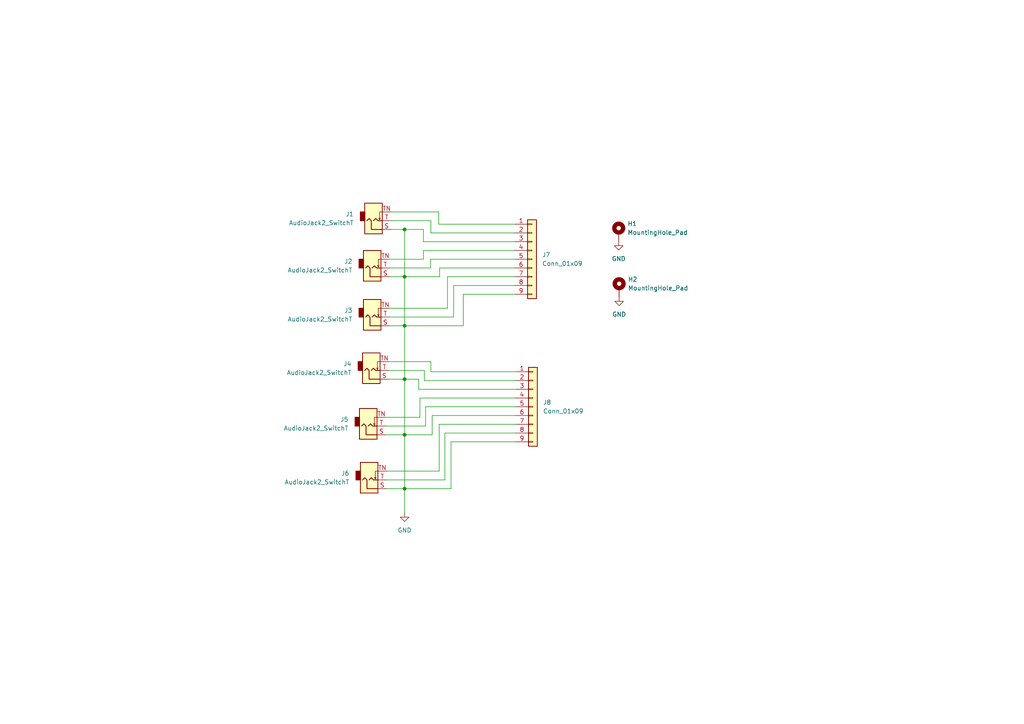
<source format=kicad_sch>
(kicad_sch (version 20230121) (generator eeschema)
  (paper "A4")
  (title_block (title "m0xpd PATCH Socket Board") (comment 1 "see: https://github.com/m0xpd/PATCH") (comment 2 "Published under CC BY-SA 4.0 License"))
  (lib_symbols
    (symbol "Connector_Audio:AudioJack2_SwitchT"
      (property "Reference" "J" (at 0 8.89 0))
      (property "Value" "AudioJack2_SwitchT" (at 0 6.35 0))
      (symbol "AudioJack2_SwitchT_0_1"
        (rectangle (start -2.54 0) (end -3.81 -2.54) (stroke (width 0.254)) (fill (type outline)))
        (polyline (pts (xy 1.778 -0.254) (xy 2.032 -0.762)))
        (polyline (pts (xy 0 0) (xy 0.635 -0.635) (xy 1.27 0) (xy 2.54 0)) (stroke (width 0.254)))
        (polyline (pts (xy 2.54 -2.54) (xy 1.778 -2.54) (xy 1.778 -0.254) (xy 1.524 -0.762)))
        (polyline (pts (xy 2.54 2.54) (xy -0.635 2.54) (xy -0.635 0) (xy -1.27 -0.635) (xy -1.905 0)) (stroke (width 0.254)))
        (rectangle (start 2.54 3.81) (end -2.54 -5.08) (stroke (width 0.254)) (fill (type background)))
      )
      (symbol "AudioJack2_SwitchT_1_1"
        (pin passive line (at 5.08 2.54 180) (length 2.54) (name "~") (number "S"))
        (pin passive line (at 5.08 0 180) (length 2.54) (name "~") (number "T"))
        (pin passive line (at 5.08 -2.54 180) (length 2.54) (name "~") (number "TN"))
      )
    )
    (symbol "Connector_Generic:Conn_01x09" (pin_names (offset 1.016) hide)
      (property "Reference" "J" (at 0 12.7 0))
      (property "Value" "Conn_01x09" (at 0 -12.7 0))
      (symbol "Conn_01x09_1_1"
        (rectangle (start -1.27 -10.033) (end 0 -10.287) (stroke (width 0.1524)))
        (rectangle (start -1.27 -7.493) (end 0 -7.747) (stroke (width 0.1524)))
        (rectangle (start -1.27 -4.953) (end 0 -5.207) (stroke (width 0.1524)))
        (rectangle (start -1.27 -2.413) (end 0 -2.667) (stroke (width 0.1524)))
        (rectangle (start -1.27 0.127) (end 0 -0.127) (stroke (width 0.1524)))
        (rectangle (start -1.27 2.667) (end 0 2.413) (stroke (width 0.1524)))
        (rectangle (start -1.27 5.207) (end 0 4.953) (stroke (width 0.1524)))
        (rectangle (start -1.27 7.747) (end 0 7.493) (stroke (width 0.1524)))
        (rectangle (start -1.27 10.287) (end 0 10.033) (stroke (width 0.1524)))
        (rectangle (start -1.27 11.43) (end 1.27 -11.43) (stroke (width 0.254)) (fill (type background)))
        (pin passive line (at -5.08 10.16 0) (length 3.81) (name "Pin_1") (number "1"))
        (pin passive line (at -5.08 7.62 0) (length 3.81) (name "Pin_2") (number "2"))
        (pin passive line (at -5.08 5.08 0) (length 3.81) (name "Pin_3") (number "3"))
        (pin passive line (at -5.08 2.54 0) (length 3.81) (name "Pin_4") (number "4"))
        (pin passive line (at -5.08 0 0) (length 3.81) (name "Pin_5") (number "5"))
        (pin passive line (at -5.08 -2.54 0) (length 3.81) (name "Pin_6") (number "6"))
        (pin passive line (at -5.08 -5.08 0) (length 3.81) (name "Pin_7") (number "7"))
        (pin passive line (at -5.08 -7.62 0) (length 3.81) (name "Pin_8") (number "8"))
        (pin passive line (at -5.08 -10.16 0) (length 3.81) (name "Pin_9") (number "9"))
      )
    )
    (symbol "Mechanical:MountingHole_Pad" (pin_numbers hide) (pin_names (offset 1.016) hide)
      (property "Reference" "H" (at 0 6.35 0))
      (property "Value" "MountingHole_Pad" (at 0 4.445 0))
      (symbol "MountingHole_Pad_0_1"
        (circle (center 0 1.27) (radius 1.27) (stroke (width 1.27)))
      )
      (symbol "MountingHole_Pad_1_1"
        (pin input line (at 0 -2.54 90) (length 2.54) (name "1") (number "1"))
      )
    )
    (symbol "power:GND" (power) (pin_names (offset 0))
      (property "Value" "GND" (at 0 -3.81 0))
      (symbol "GND_0_1"
        (polyline (pts (xy 0 0) (xy 0 -1.27) (xy 1.27 -1.27) (xy 0 -2.54) (xy -1.27 -1.27) (xy 0 -1.27)))
      )
      (symbol "GND_1_1"
        (pin power_in line (at 0 0 270) (length 0) hide (name "GND") (number "1"))
      )
    )
  )
  (junction (at 117.348 126.111))
  (junction (at 117.348 80.264))
  (junction (at 117.348 141.732))
  (junction (at 117.348 66.548))
  (junction (at 117.348 109.982))
  (junction (at 117.348 94.488))
  (wire (pts (xy 122.809 70.104) (xy 149.225 70.104)))
  (wire (pts (xy 113.411 64.008) (xy 124.968 64.008)))
  (wire (pts (xy 127.508 77.724) (xy 149.225 77.724)))
  (wire (pts (xy 123.444 123.571) (xy 123.444 117.983)))
  (wire (pts (xy 117.348 66.548) (xy 122.809 66.548)))
  (wire (pts (xy 111.887 121.031) (xy 121.793 121.031)))
  (wire (pts (xy 117.348 66.548) (xy 117.348 80.264)))
  (wire (pts (xy 129.794 80.264) (xy 149.225 80.264)))
  (wire (pts (xy 113.03 75.184) (xy 122.809 75.184)))
  (wire (pts (xy 112.141 136.652) (xy 127.381 136.652)))
  (wire (pts (xy 117.348 80.264) (xy 127.508 80.264)))
  (wire (pts (xy 130.81 128.143) (xy 149.479 128.143)))
  (wire (pts (xy 127.381 136.652) (xy 127.381 123.063)))
  (wire (pts (xy 113.03 94.488) (xy 117.348 94.488)))
  (wire (pts (xy 113.411 66.548) (xy 117.348 66.548)))
  (wire (pts (xy 117.348 80.264) (xy 117.348 94.488)))
  (wire (pts (xy 112.141 139.192) (xy 129.032 139.192)))
  (wire (pts (xy 130.81 141.732) (xy 130.81 128.143)))
  (wire (pts (xy 129.032 139.192) (xy 129.032 125.603)))
  (wire (pts (xy 122.809 75.184) (xy 122.809 72.644)))
  (wire (pts (xy 123.063 110.363) (xy 149.479 110.363)))
  (wire (pts (xy 123.063 107.442) (xy 123.063 110.363)))
  (wire (pts (xy 129.794 89.408) (xy 129.794 80.264)))
  (wire (pts (xy 117.348 126.111) (xy 125.349 126.111)))
  (wire (pts (xy 123.444 117.983) (xy 149.479 117.983)))
  (wire (pts (xy 127.254 65.024) (xy 149.225 65.024)))
  (wire (pts (xy 117.348 94.488) (xy 134.366 94.488)))
  (wire (pts (xy 121.412 109.982) (xy 121.412 112.903)))
  (wire (pts (xy 113.03 80.264) (xy 117.348 80.264)))
  (wire (pts (xy 131.572 91.948) (xy 131.572 82.804)))
  (wire (pts (xy 122.809 72.644) (xy 149.225 72.644)))
  (wire (pts (xy 111.887 126.111) (xy 117.348 126.111)))
  (wire (pts (xy 124.968 107.823) (xy 149.479 107.823)))
  (wire (pts (xy 121.412 112.903) (xy 149.479 112.903)))
  (wire (pts (xy 124.968 67.564) (xy 149.225 67.564)))
  (wire (pts (xy 127.254 61.468) (xy 127.254 65.024)))
  (wire (pts (xy 127.508 80.264) (xy 127.508 77.724)))
  (wire (pts (xy 117.348 109.982) (xy 117.348 126.111)))
  (wire (pts (xy 127.381 123.063) (xy 149.479 123.063)))
  (wire (pts (xy 117.348 141.732) (xy 130.81 141.732)))
  (wire (pts (xy 124.968 104.902) (xy 124.968 107.823)))
  (wire (pts (xy 121.793 121.031) (xy 121.793 115.443)))
  (wire (pts (xy 134.366 85.344) (xy 149.225 85.344)))
  (wire (pts (xy 113.03 89.408) (xy 129.794 89.408)))
  (wire (pts (xy 112.776 109.982) (xy 117.348 109.982)))
  (wire (pts (xy 111.887 123.571) (xy 123.444 123.571)))
  (wire (pts (xy 122.809 66.548) (xy 122.809 70.104)))
  (wire (pts (xy 117.348 141.732) (xy 117.348 148.717)))
  (wire (pts (xy 112.776 104.902) (xy 124.968 104.902)))
  (wire (pts (xy 134.366 94.488) (xy 134.366 85.344)))
  (wire (pts (xy 112.776 107.442) (xy 123.063 107.442)))
  (wire (pts (xy 117.348 109.982) (xy 121.412 109.982)))
  (wire (pts (xy 124.968 64.008) (xy 124.968 67.564)))
  (wire (pts (xy 131.572 82.804) (xy 149.225 82.804)))
  (wire (pts (xy 113.411 61.468) (xy 127.254 61.468)))
  (wire (pts (xy 117.348 94.488) (xy 117.348 109.982)))
  (wire (pts (xy 121.793 115.443) (xy 149.479 115.443)))
  (wire (pts (xy 124.841 75.184) (xy 149.225 75.184)))
  (wire (pts (xy 124.841 77.724) (xy 124.841 75.184)))
  (wire (pts (xy 113.03 91.948) (xy 131.572 91.948)))
  (wire (pts (xy 125.349 126.111) (xy 125.349 120.523)))
  (wire (pts (xy 117.348 126.111) (xy 117.348 141.732)))
  (wire (pts (xy 129.032 125.603) (xy 149.479 125.603)))
  (wire (pts (xy 125.349 120.523) (xy 149.479 120.523)))
  (wire (pts (xy 113.03 77.724) (xy 124.841 77.724)))
  (wire (pts (xy 112.141 141.732) (xy 117.348 141.732)))
  (symbol (lib_id "Mechanical:MountingHole_Pad") (at 179.451 67.437 0) (unit 1)
    (property "Reference" "H1" (at 181.991 64.897 0) (effects (justify left)))
    (property "Value" "MountingHole_Pad" (at 181.991 67.437 0) (effects (justify left)))
    (property "Footprint" "MountingHole:MountingHole_3.2mm_M3_DIN965_Pad_TopBottom" (effects hide))
  )
  (symbol (lib_id "power:GND") (at 117.348 148.717 0) (unit 1)
    (property "Reference" "#PWR01" (effects hide))
    (property "Value" "GND" (at 117.348 153.797 0))
  )
  (symbol (lib_id "Connector_Audio:AudioJack2_SwitchT") (at 108.331 64.008 0) (mirror x) (unit 1)
    (property "Reference" "J1" (at 102.616 62.103 0) (effects (justify right)))
    (property "Value" "AudioJack2_SwitchT" (at 102.616 64.643 0) (effects (justify right)))
    (property "Footprint" "Connector_Audio:Jack_3.5mm_QingPu_WQP-PJ398SM_Vertical_CircularHoles" (effects hide))
  )
  (symbol (lib_id "Connector_Audio:AudioJack2_SwitchT") (at 107.95 77.724 0) (mirror x) (unit 1)
    (property "Reference" "J2" (at 102.235 75.819 0) (effects (justify right)))
    (property "Value" "AudioJack2_SwitchT" (at 102.235 78.359 0) (effects (justify right)))
    (property "Footprint" "Connector_Audio:Jack_3.5mm_QingPu_WQP-PJ398SM_Vertical_CircularHoles" (effects hide))
  )
  (symbol (lib_id "Connector_Generic:Conn_01x09") (at 154.559 117.983 0) (unit 1)
    (property "Reference" "J8" (at 157.48 116.713 0) (effects (justify left)))
    (property "Value" "Conn_01x09" (at 157.48 119.253 0) (effects (justify left)))
    (property "Footprint" "Connector_PinHeader_2.54mm:PinHeader_1x09_P2.54mm_Vertical" (effects hide))
  )
  (symbol (lib_id "Connector_Audio:AudioJack2_SwitchT") (at 106.807 123.571 0) (mirror x) (unit 1)
    (property "Reference" "J5" (at 101.092 121.666 0) (effects (justify right)))
    (property "Value" "AudioJack2_SwitchT" (at 101.092 124.206 0) (effects (justify right)))
    (property "Footprint" "Connector_Audio:Jack_3.5mm_QingPu_WQP-PJ398SM_Vertical_CircularHoles" (effects hide))
  )
  (symbol (lib_id "Connector_Audio:AudioJack2_SwitchT") (at 107.061 139.192 0) (mirror x) (unit 1)
    (property "Reference" "J6" (at 101.346 137.287 0) (effects (justify right)))
    (property "Value" "AudioJack2_SwitchT" (at 101.346 139.827 0) (effects (justify right)))
    (property "Footprint" "Connector_Audio:Jack_3.5mm_QingPu_WQP-PJ398SM_Vertical_CircularHoles" (effects hide))
  )
  (symbol (lib_id "power:GND") (at 179.578 86.106 0) (unit 1)
    (property "Reference" "#PWR03" (effects hide))
    (property "Value" "GND" (at 179.578 91.186 0))
  )
  (symbol (lib_id "Mechanical:MountingHole_Pad") (at 179.578 83.566 0) (unit 1)
    (property "Reference" "H2" (at 182.118 81.026 0) (effects (justify left)))
    (property "Value" "MountingHole_Pad" (at 182.118 83.566 0) (effects (justify left)))
    (property "Footprint" "MountingHole:MountingHole_3.2mm_M3_DIN965_Pad_TopBottom" (effects hide))
  )
  (symbol (lib_id "power:GND") (at 179.451 69.977 0) (unit 1)
    (property "Reference" "#PWR02" (effects hide))
    (property "Value" "GND" (at 179.451 75.057 0))
  )
  (symbol (lib_id "Connector_Audio:AudioJack2_SwitchT") (at 107.95 91.948 0) (mirror x) (unit 1)
    (property "Reference" "J3" (at 102.235 90.043 0) (effects (justify right)))
    (property "Value" "AudioJack2_SwitchT" (at 102.235 92.583 0) (effects (justify right)))
    (property "Footprint" "Connector_Audio:Jack_3.5mm_QingPu_WQP-PJ398SM_Vertical_CircularHoles" (effects hide))
  )
  (symbol (lib_id "Connector_Generic:Conn_01x09") (at 154.305 75.184 0) (unit 1)
    (property "Reference" "J7" (at 157.226 73.914 0) (effects (justify left)))
    (property "Value" "Conn_01x09" (at 157.226 76.454 0) (effects (justify left)))
    (property "Footprint" "Connector_PinHeader_2.54mm:PinHeader_1x09_P2.54mm_Vertical" (effects hide))
  )
  (symbol (lib_id "Connector_Audio:AudioJack2_SwitchT") (at 107.696 107.442 0) (mirror x) (unit 1)
    (property "Reference" "J4" (at 101.981 105.537 0) (effects (justify right)))
    (property "Value" "AudioJack2_SwitchT" (at 101.981 108.077 0) (effects (justify right)))
    (property "Footprint" "Connector_Audio:Jack_3.5mm_QingPu_WQP-PJ398SM_Vertical_CircularHoles" (effects hide))
  )
)
</source>
